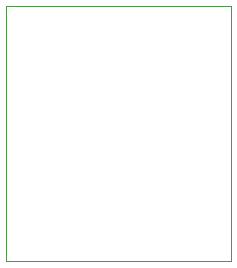
<source format=gm1>
%TF.GenerationSoftware,KiCad,Pcbnew,8.0.5*%
%TF.CreationDate,2025-01-09T17:24:21-08:00*%
%TF.ProjectId,hyperion,68797065-7269-46f6-9e2e-6b696361645f,rev?*%
%TF.SameCoordinates,Original*%
%TF.FileFunction,Profile,NP*%
%FSLAX46Y46*%
G04 Gerber Fmt 4.6, Leading zero omitted, Abs format (unit mm)*
G04 Created by KiCad (PCBNEW 8.0.5) date 2025-01-09 17:24:21*
%MOMM*%
%LPD*%
G01*
G04 APERTURE LIST*
%TA.AperFunction,Profile*%
%ADD10C,0.050000*%
%TD*%
G04 APERTURE END LIST*
D10*
X127000000Y-127000000D02*
X146050000Y-127000000D01*
X146050000Y-127000000D02*
X146050000Y-105410000D01*
X127000000Y-105410000D02*
X127000000Y-127000000D01*
X146050000Y-105410000D02*
X127000000Y-105410000D01*
M02*

</source>
